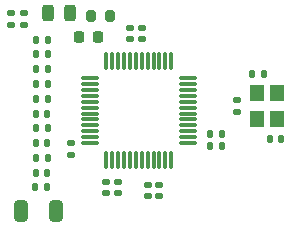
<source format=gbr>
%TF.GenerationSoftware,KiCad,Pcbnew,(6.0.4)*%
%TF.CreationDate,2022-06-15T11:08:02+02:00*%
%TF.ProjectId,W5500_Shield_Ethernet,57353530-305f-4536-9869-656c645f4574,rev?*%
%TF.SameCoordinates,Original*%
%TF.FileFunction,Paste,Top*%
%TF.FilePolarity,Positive*%
%FSLAX46Y46*%
G04 Gerber Fmt 4.6, Leading zero omitted, Abs format (unit mm)*
G04 Created by KiCad (PCBNEW (6.0.4)) date 2022-06-15 11:08:02*
%MOMM*%
%LPD*%
G01*
G04 APERTURE LIST*
G04 Aperture macros list*
%AMRoundRect*
0 Rectangle with rounded corners*
0 $1 Rounding radius*
0 $2 $3 $4 $5 $6 $7 $8 $9 X,Y pos of 4 corners*
0 Add a 4 corners polygon primitive as box body*
4,1,4,$2,$3,$4,$5,$6,$7,$8,$9,$2,$3,0*
0 Add four circle primitives for the rounded corners*
1,1,$1+$1,$2,$3*
1,1,$1+$1,$4,$5*
1,1,$1+$1,$6,$7*
1,1,$1+$1,$8,$9*
0 Add four rect primitives between the rounded corners*
20,1,$1+$1,$2,$3,$4,$5,0*
20,1,$1+$1,$4,$5,$6,$7,0*
20,1,$1+$1,$6,$7,$8,$9,0*
20,1,$1+$1,$8,$9,$2,$3,0*%
G04 Aperture macros list end*
%ADD10R,1.200000X1.400000*%
%ADD11RoundRect,0.140000X-0.140000X-0.170000X0.140000X-0.170000X0.140000X0.170000X-0.140000X0.170000X0*%
%ADD12RoundRect,0.140000X0.170000X-0.140000X0.170000X0.140000X-0.170000X0.140000X-0.170000X-0.140000X0*%
%ADD13RoundRect,0.135000X-0.135000X-0.185000X0.135000X-0.185000X0.135000X0.185000X-0.135000X0.185000X0*%
%ADD14RoundRect,0.135000X0.185000X-0.135000X0.185000X0.135000X-0.185000X0.135000X-0.185000X-0.135000X0*%
%ADD15RoundRect,0.140000X0.140000X0.170000X-0.140000X0.170000X-0.140000X-0.170000X0.140000X-0.170000X0*%
%ADD16RoundRect,0.218750X0.218750X0.256250X-0.218750X0.256250X-0.218750X-0.256250X0.218750X-0.256250X0*%
%ADD17RoundRect,0.140000X-0.170000X0.140000X-0.170000X-0.140000X0.170000X-0.140000X0.170000X0.140000X0*%
%ADD18RoundRect,0.135000X0.135000X0.185000X-0.135000X0.185000X-0.135000X-0.185000X0.135000X-0.185000X0*%
%ADD19RoundRect,0.250000X0.325000X0.650000X-0.325000X0.650000X-0.325000X-0.650000X0.325000X-0.650000X0*%
%ADD20RoundRect,0.075000X-0.662500X-0.075000X0.662500X-0.075000X0.662500X0.075000X-0.662500X0.075000X0*%
%ADD21RoundRect,0.075000X-0.075000X-0.662500X0.075000X-0.662500X0.075000X0.662500X-0.075000X0.662500X0*%
%ADD22RoundRect,0.243750X0.243750X0.456250X-0.243750X0.456250X-0.243750X-0.456250X0.243750X-0.456250X0*%
%ADD23RoundRect,0.135000X-0.185000X0.135000X-0.185000X-0.135000X0.185000X-0.135000X0.185000X0.135000X0*%
%ADD24RoundRect,0.200000X-0.200000X-0.275000X0.200000X-0.275000X0.200000X0.275000X-0.200000X0.275000X0*%
G04 APERTURE END LIST*
D10*
%TO.C,Y1*%
X126450000Y-70750000D03*
X126450000Y-68550000D03*
X124750000Y-68550000D03*
X124750000Y-70750000D03*
%TD*%
D11*
%TO.C,C13*%
X124370000Y-66900000D03*
X125330000Y-66900000D03*
%TD*%
D12*
%TO.C,C10*%
X103900000Y-62720000D03*
X103900000Y-61760000D03*
%TD*%
D13*
%TO.C,R12*%
X120740000Y-73000000D03*
X121760000Y-73000000D03*
%TD*%
D14*
%TO.C,R11*%
X123100000Y-70160000D03*
X123100000Y-69140000D03*
%TD*%
D15*
%TO.C,C8*%
X107000000Y-75250000D03*
X106040000Y-75250000D03*
%TD*%
D16*
%TO.C,L1*%
X111287500Y-63750000D03*
X109712500Y-63750000D03*
%TD*%
D17*
%TO.C,C14*%
X116500000Y-76270000D03*
X116500000Y-77230000D03*
%TD*%
D18*
%TO.C,R10*%
X107030000Y-74000000D03*
X106010000Y-74000000D03*
%TD*%
D19*
%TO.C,C11*%
X107725000Y-78500000D03*
X104775000Y-78500000D03*
%TD*%
D15*
%TO.C,C12*%
X126830000Y-72400000D03*
X125870000Y-72400000D03*
%TD*%
%TO.C,C7*%
X107000000Y-70250000D03*
X106040000Y-70250000D03*
%TD*%
D20*
%TO.C,U2*%
X110587500Y-67250000D03*
X110587500Y-67750000D03*
X110587500Y-68250000D03*
X110587500Y-68750000D03*
X110587500Y-69250000D03*
X110587500Y-69750000D03*
X110587500Y-70250000D03*
X110587500Y-70750000D03*
X110587500Y-71250000D03*
X110587500Y-71750000D03*
X110587500Y-72250000D03*
X110587500Y-72750000D03*
D21*
X112000000Y-74162500D03*
X112500000Y-74162500D03*
X113000000Y-74162500D03*
X113500000Y-74162500D03*
X114000000Y-74162500D03*
X114500000Y-74162500D03*
X115000000Y-74162500D03*
X115500000Y-74162500D03*
X116000000Y-74162500D03*
X116500000Y-74162500D03*
X117000000Y-74162500D03*
X117500000Y-74162500D03*
D20*
X118912500Y-72750000D03*
X118912500Y-72250000D03*
X118912500Y-71750000D03*
X118912500Y-71250000D03*
X118912500Y-70750000D03*
X118912500Y-70250000D03*
X118912500Y-69750000D03*
X118912500Y-69250000D03*
X118912500Y-68750000D03*
X118912500Y-68250000D03*
X118912500Y-67750000D03*
X118912500Y-67250000D03*
D21*
X117500000Y-65837500D03*
X117000000Y-65837500D03*
X116500000Y-65837500D03*
X116000000Y-65837500D03*
X115500000Y-65837500D03*
X115000000Y-65837500D03*
X114500000Y-65837500D03*
X114000000Y-65837500D03*
X113500000Y-65837500D03*
X113000000Y-65837500D03*
X112500000Y-65837500D03*
X112000000Y-65837500D03*
%TD*%
D18*
%TO.C,R7*%
X107030000Y-69000000D03*
X106010000Y-69000000D03*
%TD*%
D17*
%TO.C,C15*%
X115500000Y-76270000D03*
X115500000Y-77230000D03*
%TD*%
D18*
%TO.C,R6*%
X107040000Y-66500000D03*
X106020000Y-66500000D03*
%TD*%
%TO.C,R8*%
X107020000Y-76500000D03*
X106000000Y-76500000D03*
%TD*%
D11*
%TO.C,C9*%
X106060000Y-72750000D03*
X107020000Y-72750000D03*
%TD*%
D22*
%TO.C,D1*%
X108937500Y-61750000D03*
X107062500Y-61750000D03*
%TD*%
D18*
%TO.C,R5*%
X107030000Y-65250000D03*
X106010000Y-65250000D03*
%TD*%
D13*
%TO.C,R4*%
X106020000Y-67750000D03*
X107040000Y-67750000D03*
%TD*%
%TO.C,R13*%
X120740000Y-72000000D03*
X121760000Y-72000000D03*
%TD*%
D12*
%TO.C,C4*%
X115000000Y-63980000D03*
X115000000Y-63020000D03*
%TD*%
D18*
%TO.C,R9*%
X107030000Y-71500000D03*
X106010000Y-71500000D03*
%TD*%
D23*
%TO.C,R14*%
X109000000Y-72740000D03*
X109000000Y-73760000D03*
%TD*%
D13*
%TO.C,R3*%
X106020000Y-64000000D03*
X107040000Y-64000000D03*
%TD*%
D17*
%TO.C,C5*%
X113000000Y-76020000D03*
X113000000Y-76980000D03*
%TD*%
D12*
%TO.C,C3*%
X114000000Y-63980000D03*
X114000000Y-63020000D03*
%TD*%
D24*
%TO.C,R1*%
X110675000Y-62000000D03*
X112325000Y-62000000D03*
%TD*%
D17*
%TO.C,C6*%
X112000000Y-76020000D03*
X112000000Y-76980000D03*
%TD*%
D14*
%TO.C,R2*%
X105000000Y-62760000D03*
X105000000Y-61740000D03*
%TD*%
M02*

</source>
